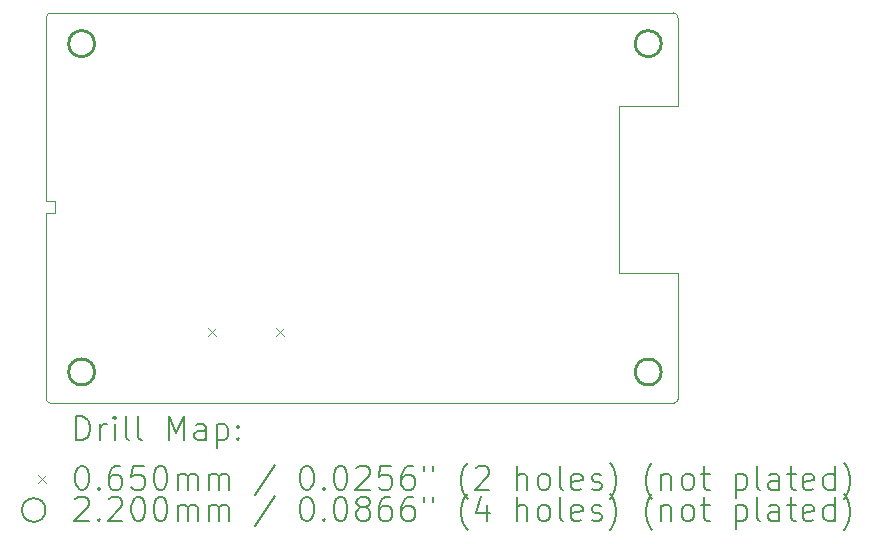
<source format=gbr>
%TF.GenerationSoftware,KiCad,Pcbnew,7.0.11-7.0.11~ubuntu22.04.1*%
%TF.CreationDate,2024-11-26T11:25:42+01:00*%
%TF.ProjectId,H-C6-ulp,482d4336-2d75-46c7-902e-6b696361645f,rev?*%
%TF.SameCoordinates,Original*%
%TF.FileFunction,Drillmap*%
%TF.FilePolarity,Positive*%
%FSLAX45Y45*%
G04 Gerber Fmt 4.5, Leading zero omitted, Abs format (unit mm)*
G04 Created by KiCad (PCBNEW 7.0.11-7.0.11~ubuntu22.04.1) date 2024-11-26 11:25:42*
%MOMM*%
%LPD*%
G01*
G04 APERTURE LIST*
%ADD10C,0.100000*%
%ADD11C,0.200000*%
%ADD12C,0.220000*%
G04 APERTURE END LIST*
D10*
X11500000Y-6450000D02*
X11500000Y-8030000D01*
X11576000Y-6355000D02*
X11576000Y-6450000D01*
X11500000Y-6355000D02*
X11576000Y-6355000D01*
X11540000Y-4760090D02*
G75*
G03*
X11500000Y-4800730I320J-40320D01*
G01*
X11500000Y-6450000D02*
X11576000Y-6450000D01*
X16850000Y-4800000D02*
X16850000Y-5550000D01*
X16819787Y-8059787D02*
G75*
G03*
X16849787Y-8029787I3J29997D01*
G01*
X16350000Y-6960000D02*
X16850000Y-6960000D01*
X16850000Y-6960000D02*
X16850000Y-8030000D01*
X16850000Y-4800000D02*
G75*
G03*
X16810000Y-4760000I-40000J0D01*
G01*
X16350000Y-5550000D02*
X16350000Y-6960000D01*
X11500000Y-8030000D02*
G75*
G03*
X11530000Y-8060000I30000J0D01*
G01*
X16350000Y-5550000D02*
X16850000Y-5550000D01*
X11530000Y-8060000D02*
X16819787Y-8060000D01*
X11500000Y-4800730D02*
X11500000Y-6355000D01*
X16810000Y-4760000D02*
X11540000Y-4760000D01*
D11*
D10*
X12870000Y-7429500D02*
X12935000Y-7494500D01*
X12935000Y-7429500D02*
X12870000Y-7494500D01*
X13448000Y-7429500D02*
X13513000Y-7494500D01*
X13513000Y-7429500D02*
X13448000Y-7494500D01*
D12*
X11910000Y-5020000D02*
G75*
G03*
X11690000Y-5020000I-110000J0D01*
G01*
X11690000Y-5020000D02*
G75*
G03*
X11910000Y-5020000I110000J0D01*
G01*
X11910000Y-7800000D02*
G75*
G03*
X11690000Y-7800000I-110000J0D01*
G01*
X11690000Y-7800000D02*
G75*
G03*
X11910000Y-7800000I110000J0D01*
G01*
X16707500Y-5020000D02*
G75*
G03*
X16487500Y-5020000I-110000J0D01*
G01*
X16487500Y-5020000D02*
G75*
G03*
X16707500Y-5020000I110000J0D01*
G01*
X16707500Y-7800000D02*
G75*
G03*
X16487500Y-7800000I-110000J0D01*
G01*
X16487500Y-7800000D02*
G75*
G03*
X16707500Y-7800000I110000J0D01*
G01*
D11*
X11755775Y-8376484D02*
X11755775Y-8176484D01*
X11755775Y-8176484D02*
X11803394Y-8176484D01*
X11803394Y-8176484D02*
X11831966Y-8186008D01*
X11831966Y-8186008D02*
X11851014Y-8205055D01*
X11851014Y-8205055D02*
X11860537Y-8224103D01*
X11860537Y-8224103D02*
X11870061Y-8262198D01*
X11870061Y-8262198D02*
X11870061Y-8290769D01*
X11870061Y-8290769D02*
X11860537Y-8328865D01*
X11860537Y-8328865D02*
X11851014Y-8347912D01*
X11851014Y-8347912D02*
X11831966Y-8366960D01*
X11831966Y-8366960D02*
X11803394Y-8376484D01*
X11803394Y-8376484D02*
X11755775Y-8376484D01*
X11955775Y-8376484D02*
X11955775Y-8243150D01*
X11955775Y-8281246D02*
X11965299Y-8262198D01*
X11965299Y-8262198D02*
X11974823Y-8252674D01*
X11974823Y-8252674D02*
X11993871Y-8243150D01*
X11993871Y-8243150D02*
X12012918Y-8243150D01*
X12079585Y-8376484D02*
X12079585Y-8243150D01*
X12079585Y-8176484D02*
X12070061Y-8186008D01*
X12070061Y-8186008D02*
X12079585Y-8195531D01*
X12079585Y-8195531D02*
X12089109Y-8186008D01*
X12089109Y-8186008D02*
X12079585Y-8176484D01*
X12079585Y-8176484D02*
X12079585Y-8195531D01*
X12203394Y-8376484D02*
X12184347Y-8366960D01*
X12184347Y-8366960D02*
X12174823Y-8347912D01*
X12174823Y-8347912D02*
X12174823Y-8176484D01*
X12308156Y-8376484D02*
X12289109Y-8366960D01*
X12289109Y-8366960D02*
X12279585Y-8347912D01*
X12279585Y-8347912D02*
X12279585Y-8176484D01*
X12536728Y-8376484D02*
X12536728Y-8176484D01*
X12536728Y-8176484D02*
X12603395Y-8319341D01*
X12603395Y-8319341D02*
X12670061Y-8176484D01*
X12670061Y-8176484D02*
X12670061Y-8376484D01*
X12851014Y-8376484D02*
X12851014Y-8271722D01*
X12851014Y-8271722D02*
X12841490Y-8252674D01*
X12841490Y-8252674D02*
X12822442Y-8243150D01*
X12822442Y-8243150D02*
X12784347Y-8243150D01*
X12784347Y-8243150D02*
X12765299Y-8252674D01*
X12851014Y-8366960D02*
X12831966Y-8376484D01*
X12831966Y-8376484D02*
X12784347Y-8376484D01*
X12784347Y-8376484D02*
X12765299Y-8366960D01*
X12765299Y-8366960D02*
X12755775Y-8347912D01*
X12755775Y-8347912D02*
X12755775Y-8328865D01*
X12755775Y-8328865D02*
X12765299Y-8309817D01*
X12765299Y-8309817D02*
X12784347Y-8300293D01*
X12784347Y-8300293D02*
X12831966Y-8300293D01*
X12831966Y-8300293D02*
X12851014Y-8290769D01*
X12946252Y-8243150D02*
X12946252Y-8443150D01*
X12946252Y-8252674D02*
X12965299Y-8243150D01*
X12965299Y-8243150D02*
X13003395Y-8243150D01*
X13003395Y-8243150D02*
X13022442Y-8252674D01*
X13022442Y-8252674D02*
X13031966Y-8262198D01*
X13031966Y-8262198D02*
X13041490Y-8281246D01*
X13041490Y-8281246D02*
X13041490Y-8338388D01*
X13041490Y-8338388D02*
X13031966Y-8357436D01*
X13031966Y-8357436D02*
X13022442Y-8366960D01*
X13022442Y-8366960D02*
X13003395Y-8376484D01*
X13003395Y-8376484D02*
X12965299Y-8376484D01*
X12965299Y-8376484D02*
X12946252Y-8366960D01*
X13127204Y-8357436D02*
X13136728Y-8366960D01*
X13136728Y-8366960D02*
X13127204Y-8376484D01*
X13127204Y-8376484D02*
X13117680Y-8366960D01*
X13117680Y-8366960D02*
X13127204Y-8357436D01*
X13127204Y-8357436D02*
X13127204Y-8376484D01*
X13127204Y-8252674D02*
X13136728Y-8262198D01*
X13136728Y-8262198D02*
X13127204Y-8271722D01*
X13127204Y-8271722D02*
X13117680Y-8262198D01*
X13117680Y-8262198D02*
X13127204Y-8252674D01*
X13127204Y-8252674D02*
X13127204Y-8271722D01*
D10*
X11429999Y-8672500D02*
X11494999Y-8737500D01*
X11494999Y-8672500D02*
X11429999Y-8737500D01*
D11*
X11793871Y-8596484D02*
X11812918Y-8596484D01*
X11812918Y-8596484D02*
X11831966Y-8606008D01*
X11831966Y-8606008D02*
X11841490Y-8615531D01*
X11841490Y-8615531D02*
X11851014Y-8634579D01*
X11851014Y-8634579D02*
X11860537Y-8672674D01*
X11860537Y-8672674D02*
X11860537Y-8720293D01*
X11860537Y-8720293D02*
X11851014Y-8758389D01*
X11851014Y-8758389D02*
X11841490Y-8777436D01*
X11841490Y-8777436D02*
X11831966Y-8786960D01*
X11831966Y-8786960D02*
X11812918Y-8796484D01*
X11812918Y-8796484D02*
X11793871Y-8796484D01*
X11793871Y-8796484D02*
X11774823Y-8786960D01*
X11774823Y-8786960D02*
X11765299Y-8777436D01*
X11765299Y-8777436D02*
X11755775Y-8758389D01*
X11755775Y-8758389D02*
X11746252Y-8720293D01*
X11746252Y-8720293D02*
X11746252Y-8672674D01*
X11746252Y-8672674D02*
X11755775Y-8634579D01*
X11755775Y-8634579D02*
X11765299Y-8615531D01*
X11765299Y-8615531D02*
X11774823Y-8606008D01*
X11774823Y-8606008D02*
X11793871Y-8596484D01*
X11946252Y-8777436D02*
X11955775Y-8786960D01*
X11955775Y-8786960D02*
X11946252Y-8796484D01*
X11946252Y-8796484D02*
X11936728Y-8786960D01*
X11936728Y-8786960D02*
X11946252Y-8777436D01*
X11946252Y-8777436D02*
X11946252Y-8796484D01*
X12127204Y-8596484D02*
X12089109Y-8596484D01*
X12089109Y-8596484D02*
X12070061Y-8606008D01*
X12070061Y-8606008D02*
X12060537Y-8615531D01*
X12060537Y-8615531D02*
X12041490Y-8644103D01*
X12041490Y-8644103D02*
X12031966Y-8682198D01*
X12031966Y-8682198D02*
X12031966Y-8758389D01*
X12031966Y-8758389D02*
X12041490Y-8777436D01*
X12041490Y-8777436D02*
X12051014Y-8786960D01*
X12051014Y-8786960D02*
X12070061Y-8796484D01*
X12070061Y-8796484D02*
X12108156Y-8796484D01*
X12108156Y-8796484D02*
X12127204Y-8786960D01*
X12127204Y-8786960D02*
X12136728Y-8777436D01*
X12136728Y-8777436D02*
X12146252Y-8758389D01*
X12146252Y-8758389D02*
X12146252Y-8710770D01*
X12146252Y-8710770D02*
X12136728Y-8691722D01*
X12136728Y-8691722D02*
X12127204Y-8682198D01*
X12127204Y-8682198D02*
X12108156Y-8672674D01*
X12108156Y-8672674D02*
X12070061Y-8672674D01*
X12070061Y-8672674D02*
X12051014Y-8682198D01*
X12051014Y-8682198D02*
X12041490Y-8691722D01*
X12041490Y-8691722D02*
X12031966Y-8710770D01*
X12327204Y-8596484D02*
X12231966Y-8596484D01*
X12231966Y-8596484D02*
X12222442Y-8691722D01*
X12222442Y-8691722D02*
X12231966Y-8682198D01*
X12231966Y-8682198D02*
X12251014Y-8672674D01*
X12251014Y-8672674D02*
X12298633Y-8672674D01*
X12298633Y-8672674D02*
X12317680Y-8682198D01*
X12317680Y-8682198D02*
X12327204Y-8691722D01*
X12327204Y-8691722D02*
X12336728Y-8710770D01*
X12336728Y-8710770D02*
X12336728Y-8758389D01*
X12336728Y-8758389D02*
X12327204Y-8777436D01*
X12327204Y-8777436D02*
X12317680Y-8786960D01*
X12317680Y-8786960D02*
X12298633Y-8796484D01*
X12298633Y-8796484D02*
X12251014Y-8796484D01*
X12251014Y-8796484D02*
X12231966Y-8786960D01*
X12231966Y-8786960D02*
X12222442Y-8777436D01*
X12460537Y-8596484D02*
X12479585Y-8596484D01*
X12479585Y-8596484D02*
X12498633Y-8606008D01*
X12498633Y-8606008D02*
X12508156Y-8615531D01*
X12508156Y-8615531D02*
X12517680Y-8634579D01*
X12517680Y-8634579D02*
X12527204Y-8672674D01*
X12527204Y-8672674D02*
X12527204Y-8720293D01*
X12527204Y-8720293D02*
X12517680Y-8758389D01*
X12517680Y-8758389D02*
X12508156Y-8777436D01*
X12508156Y-8777436D02*
X12498633Y-8786960D01*
X12498633Y-8786960D02*
X12479585Y-8796484D01*
X12479585Y-8796484D02*
X12460537Y-8796484D01*
X12460537Y-8796484D02*
X12441490Y-8786960D01*
X12441490Y-8786960D02*
X12431966Y-8777436D01*
X12431966Y-8777436D02*
X12422442Y-8758389D01*
X12422442Y-8758389D02*
X12412918Y-8720293D01*
X12412918Y-8720293D02*
X12412918Y-8672674D01*
X12412918Y-8672674D02*
X12422442Y-8634579D01*
X12422442Y-8634579D02*
X12431966Y-8615531D01*
X12431966Y-8615531D02*
X12441490Y-8606008D01*
X12441490Y-8606008D02*
X12460537Y-8596484D01*
X12612918Y-8796484D02*
X12612918Y-8663150D01*
X12612918Y-8682198D02*
X12622442Y-8672674D01*
X12622442Y-8672674D02*
X12641490Y-8663150D01*
X12641490Y-8663150D02*
X12670061Y-8663150D01*
X12670061Y-8663150D02*
X12689109Y-8672674D01*
X12689109Y-8672674D02*
X12698633Y-8691722D01*
X12698633Y-8691722D02*
X12698633Y-8796484D01*
X12698633Y-8691722D02*
X12708156Y-8672674D01*
X12708156Y-8672674D02*
X12727204Y-8663150D01*
X12727204Y-8663150D02*
X12755775Y-8663150D01*
X12755775Y-8663150D02*
X12774823Y-8672674D01*
X12774823Y-8672674D02*
X12784347Y-8691722D01*
X12784347Y-8691722D02*
X12784347Y-8796484D01*
X12879585Y-8796484D02*
X12879585Y-8663150D01*
X12879585Y-8682198D02*
X12889109Y-8672674D01*
X12889109Y-8672674D02*
X12908156Y-8663150D01*
X12908156Y-8663150D02*
X12936728Y-8663150D01*
X12936728Y-8663150D02*
X12955776Y-8672674D01*
X12955776Y-8672674D02*
X12965299Y-8691722D01*
X12965299Y-8691722D02*
X12965299Y-8796484D01*
X12965299Y-8691722D02*
X12974823Y-8672674D01*
X12974823Y-8672674D02*
X12993871Y-8663150D01*
X12993871Y-8663150D02*
X13022442Y-8663150D01*
X13022442Y-8663150D02*
X13041490Y-8672674D01*
X13041490Y-8672674D02*
X13051014Y-8691722D01*
X13051014Y-8691722D02*
X13051014Y-8796484D01*
X13441490Y-8586960D02*
X13270061Y-8844103D01*
X13698633Y-8596484D02*
X13717680Y-8596484D01*
X13717680Y-8596484D02*
X13736728Y-8606008D01*
X13736728Y-8606008D02*
X13746252Y-8615531D01*
X13746252Y-8615531D02*
X13755776Y-8634579D01*
X13755776Y-8634579D02*
X13765299Y-8672674D01*
X13765299Y-8672674D02*
X13765299Y-8720293D01*
X13765299Y-8720293D02*
X13755776Y-8758389D01*
X13755776Y-8758389D02*
X13746252Y-8777436D01*
X13746252Y-8777436D02*
X13736728Y-8786960D01*
X13736728Y-8786960D02*
X13717680Y-8796484D01*
X13717680Y-8796484D02*
X13698633Y-8796484D01*
X13698633Y-8796484D02*
X13679585Y-8786960D01*
X13679585Y-8786960D02*
X13670061Y-8777436D01*
X13670061Y-8777436D02*
X13660538Y-8758389D01*
X13660538Y-8758389D02*
X13651014Y-8720293D01*
X13651014Y-8720293D02*
X13651014Y-8672674D01*
X13651014Y-8672674D02*
X13660538Y-8634579D01*
X13660538Y-8634579D02*
X13670061Y-8615531D01*
X13670061Y-8615531D02*
X13679585Y-8606008D01*
X13679585Y-8606008D02*
X13698633Y-8596484D01*
X13851014Y-8777436D02*
X13860538Y-8786960D01*
X13860538Y-8786960D02*
X13851014Y-8796484D01*
X13851014Y-8796484D02*
X13841490Y-8786960D01*
X13841490Y-8786960D02*
X13851014Y-8777436D01*
X13851014Y-8777436D02*
X13851014Y-8796484D01*
X13984347Y-8596484D02*
X14003395Y-8596484D01*
X14003395Y-8596484D02*
X14022442Y-8606008D01*
X14022442Y-8606008D02*
X14031966Y-8615531D01*
X14031966Y-8615531D02*
X14041490Y-8634579D01*
X14041490Y-8634579D02*
X14051014Y-8672674D01*
X14051014Y-8672674D02*
X14051014Y-8720293D01*
X14051014Y-8720293D02*
X14041490Y-8758389D01*
X14041490Y-8758389D02*
X14031966Y-8777436D01*
X14031966Y-8777436D02*
X14022442Y-8786960D01*
X14022442Y-8786960D02*
X14003395Y-8796484D01*
X14003395Y-8796484D02*
X13984347Y-8796484D01*
X13984347Y-8796484D02*
X13965299Y-8786960D01*
X13965299Y-8786960D02*
X13955776Y-8777436D01*
X13955776Y-8777436D02*
X13946252Y-8758389D01*
X13946252Y-8758389D02*
X13936728Y-8720293D01*
X13936728Y-8720293D02*
X13936728Y-8672674D01*
X13936728Y-8672674D02*
X13946252Y-8634579D01*
X13946252Y-8634579D02*
X13955776Y-8615531D01*
X13955776Y-8615531D02*
X13965299Y-8606008D01*
X13965299Y-8606008D02*
X13984347Y-8596484D01*
X14127204Y-8615531D02*
X14136728Y-8606008D01*
X14136728Y-8606008D02*
X14155776Y-8596484D01*
X14155776Y-8596484D02*
X14203395Y-8596484D01*
X14203395Y-8596484D02*
X14222442Y-8606008D01*
X14222442Y-8606008D02*
X14231966Y-8615531D01*
X14231966Y-8615531D02*
X14241490Y-8634579D01*
X14241490Y-8634579D02*
X14241490Y-8653627D01*
X14241490Y-8653627D02*
X14231966Y-8682198D01*
X14231966Y-8682198D02*
X14117680Y-8796484D01*
X14117680Y-8796484D02*
X14241490Y-8796484D01*
X14422442Y-8596484D02*
X14327204Y-8596484D01*
X14327204Y-8596484D02*
X14317680Y-8691722D01*
X14317680Y-8691722D02*
X14327204Y-8682198D01*
X14327204Y-8682198D02*
X14346252Y-8672674D01*
X14346252Y-8672674D02*
X14393871Y-8672674D01*
X14393871Y-8672674D02*
X14412919Y-8682198D01*
X14412919Y-8682198D02*
X14422442Y-8691722D01*
X14422442Y-8691722D02*
X14431966Y-8710770D01*
X14431966Y-8710770D02*
X14431966Y-8758389D01*
X14431966Y-8758389D02*
X14422442Y-8777436D01*
X14422442Y-8777436D02*
X14412919Y-8786960D01*
X14412919Y-8786960D02*
X14393871Y-8796484D01*
X14393871Y-8796484D02*
X14346252Y-8796484D01*
X14346252Y-8796484D02*
X14327204Y-8786960D01*
X14327204Y-8786960D02*
X14317680Y-8777436D01*
X14603395Y-8596484D02*
X14565299Y-8596484D01*
X14565299Y-8596484D02*
X14546252Y-8606008D01*
X14546252Y-8606008D02*
X14536728Y-8615531D01*
X14536728Y-8615531D02*
X14517680Y-8644103D01*
X14517680Y-8644103D02*
X14508157Y-8682198D01*
X14508157Y-8682198D02*
X14508157Y-8758389D01*
X14508157Y-8758389D02*
X14517680Y-8777436D01*
X14517680Y-8777436D02*
X14527204Y-8786960D01*
X14527204Y-8786960D02*
X14546252Y-8796484D01*
X14546252Y-8796484D02*
X14584347Y-8796484D01*
X14584347Y-8796484D02*
X14603395Y-8786960D01*
X14603395Y-8786960D02*
X14612919Y-8777436D01*
X14612919Y-8777436D02*
X14622442Y-8758389D01*
X14622442Y-8758389D02*
X14622442Y-8710770D01*
X14622442Y-8710770D02*
X14612919Y-8691722D01*
X14612919Y-8691722D02*
X14603395Y-8682198D01*
X14603395Y-8682198D02*
X14584347Y-8672674D01*
X14584347Y-8672674D02*
X14546252Y-8672674D01*
X14546252Y-8672674D02*
X14527204Y-8682198D01*
X14527204Y-8682198D02*
X14517680Y-8691722D01*
X14517680Y-8691722D02*
X14508157Y-8710770D01*
X14698633Y-8596484D02*
X14698633Y-8634579D01*
X14774823Y-8596484D02*
X14774823Y-8634579D01*
X15070062Y-8872674D02*
X15060538Y-8863150D01*
X15060538Y-8863150D02*
X15041490Y-8834579D01*
X15041490Y-8834579D02*
X15031966Y-8815531D01*
X15031966Y-8815531D02*
X15022442Y-8786960D01*
X15022442Y-8786960D02*
X15012919Y-8739341D01*
X15012919Y-8739341D02*
X15012919Y-8701246D01*
X15012919Y-8701246D02*
X15022442Y-8653627D01*
X15022442Y-8653627D02*
X15031966Y-8625055D01*
X15031966Y-8625055D02*
X15041490Y-8606008D01*
X15041490Y-8606008D02*
X15060538Y-8577436D01*
X15060538Y-8577436D02*
X15070062Y-8567912D01*
X15136728Y-8615531D02*
X15146252Y-8606008D01*
X15146252Y-8606008D02*
X15165300Y-8596484D01*
X15165300Y-8596484D02*
X15212919Y-8596484D01*
X15212919Y-8596484D02*
X15231966Y-8606008D01*
X15231966Y-8606008D02*
X15241490Y-8615531D01*
X15241490Y-8615531D02*
X15251014Y-8634579D01*
X15251014Y-8634579D02*
X15251014Y-8653627D01*
X15251014Y-8653627D02*
X15241490Y-8682198D01*
X15241490Y-8682198D02*
X15127204Y-8796484D01*
X15127204Y-8796484D02*
X15251014Y-8796484D01*
X15489109Y-8796484D02*
X15489109Y-8596484D01*
X15574823Y-8796484D02*
X15574823Y-8691722D01*
X15574823Y-8691722D02*
X15565300Y-8672674D01*
X15565300Y-8672674D02*
X15546252Y-8663150D01*
X15546252Y-8663150D02*
X15517681Y-8663150D01*
X15517681Y-8663150D02*
X15498633Y-8672674D01*
X15498633Y-8672674D02*
X15489109Y-8682198D01*
X15698633Y-8796484D02*
X15679585Y-8786960D01*
X15679585Y-8786960D02*
X15670062Y-8777436D01*
X15670062Y-8777436D02*
X15660538Y-8758389D01*
X15660538Y-8758389D02*
X15660538Y-8701246D01*
X15660538Y-8701246D02*
X15670062Y-8682198D01*
X15670062Y-8682198D02*
X15679585Y-8672674D01*
X15679585Y-8672674D02*
X15698633Y-8663150D01*
X15698633Y-8663150D02*
X15727204Y-8663150D01*
X15727204Y-8663150D02*
X15746252Y-8672674D01*
X15746252Y-8672674D02*
X15755776Y-8682198D01*
X15755776Y-8682198D02*
X15765300Y-8701246D01*
X15765300Y-8701246D02*
X15765300Y-8758389D01*
X15765300Y-8758389D02*
X15755776Y-8777436D01*
X15755776Y-8777436D02*
X15746252Y-8786960D01*
X15746252Y-8786960D02*
X15727204Y-8796484D01*
X15727204Y-8796484D02*
X15698633Y-8796484D01*
X15879585Y-8796484D02*
X15860538Y-8786960D01*
X15860538Y-8786960D02*
X15851014Y-8767912D01*
X15851014Y-8767912D02*
X15851014Y-8596484D01*
X16031966Y-8786960D02*
X16012919Y-8796484D01*
X16012919Y-8796484D02*
X15974823Y-8796484D01*
X15974823Y-8796484D02*
X15955776Y-8786960D01*
X15955776Y-8786960D02*
X15946252Y-8767912D01*
X15946252Y-8767912D02*
X15946252Y-8691722D01*
X15946252Y-8691722D02*
X15955776Y-8672674D01*
X15955776Y-8672674D02*
X15974823Y-8663150D01*
X15974823Y-8663150D02*
X16012919Y-8663150D01*
X16012919Y-8663150D02*
X16031966Y-8672674D01*
X16031966Y-8672674D02*
X16041490Y-8691722D01*
X16041490Y-8691722D02*
X16041490Y-8710770D01*
X16041490Y-8710770D02*
X15946252Y-8729817D01*
X16117681Y-8786960D02*
X16136728Y-8796484D01*
X16136728Y-8796484D02*
X16174823Y-8796484D01*
X16174823Y-8796484D02*
X16193871Y-8786960D01*
X16193871Y-8786960D02*
X16203395Y-8767912D01*
X16203395Y-8767912D02*
X16203395Y-8758389D01*
X16203395Y-8758389D02*
X16193871Y-8739341D01*
X16193871Y-8739341D02*
X16174823Y-8729817D01*
X16174823Y-8729817D02*
X16146252Y-8729817D01*
X16146252Y-8729817D02*
X16127204Y-8720293D01*
X16127204Y-8720293D02*
X16117681Y-8701246D01*
X16117681Y-8701246D02*
X16117681Y-8691722D01*
X16117681Y-8691722D02*
X16127204Y-8672674D01*
X16127204Y-8672674D02*
X16146252Y-8663150D01*
X16146252Y-8663150D02*
X16174823Y-8663150D01*
X16174823Y-8663150D02*
X16193871Y-8672674D01*
X16270062Y-8872674D02*
X16279585Y-8863150D01*
X16279585Y-8863150D02*
X16298633Y-8834579D01*
X16298633Y-8834579D02*
X16308157Y-8815531D01*
X16308157Y-8815531D02*
X16317681Y-8786960D01*
X16317681Y-8786960D02*
X16327204Y-8739341D01*
X16327204Y-8739341D02*
X16327204Y-8701246D01*
X16327204Y-8701246D02*
X16317681Y-8653627D01*
X16317681Y-8653627D02*
X16308157Y-8625055D01*
X16308157Y-8625055D02*
X16298633Y-8606008D01*
X16298633Y-8606008D02*
X16279585Y-8577436D01*
X16279585Y-8577436D02*
X16270062Y-8567912D01*
X16631966Y-8872674D02*
X16622443Y-8863150D01*
X16622443Y-8863150D02*
X16603395Y-8834579D01*
X16603395Y-8834579D02*
X16593871Y-8815531D01*
X16593871Y-8815531D02*
X16584347Y-8786960D01*
X16584347Y-8786960D02*
X16574824Y-8739341D01*
X16574824Y-8739341D02*
X16574824Y-8701246D01*
X16574824Y-8701246D02*
X16584347Y-8653627D01*
X16584347Y-8653627D02*
X16593871Y-8625055D01*
X16593871Y-8625055D02*
X16603395Y-8606008D01*
X16603395Y-8606008D02*
X16622443Y-8577436D01*
X16622443Y-8577436D02*
X16631966Y-8567912D01*
X16708157Y-8663150D02*
X16708157Y-8796484D01*
X16708157Y-8682198D02*
X16717681Y-8672674D01*
X16717681Y-8672674D02*
X16736728Y-8663150D01*
X16736728Y-8663150D02*
X16765300Y-8663150D01*
X16765300Y-8663150D02*
X16784347Y-8672674D01*
X16784347Y-8672674D02*
X16793871Y-8691722D01*
X16793871Y-8691722D02*
X16793871Y-8796484D01*
X16917681Y-8796484D02*
X16898633Y-8786960D01*
X16898633Y-8786960D02*
X16889109Y-8777436D01*
X16889109Y-8777436D02*
X16879586Y-8758389D01*
X16879586Y-8758389D02*
X16879586Y-8701246D01*
X16879586Y-8701246D02*
X16889109Y-8682198D01*
X16889109Y-8682198D02*
X16898633Y-8672674D01*
X16898633Y-8672674D02*
X16917681Y-8663150D01*
X16917681Y-8663150D02*
X16946252Y-8663150D01*
X16946252Y-8663150D02*
X16965300Y-8672674D01*
X16965300Y-8672674D02*
X16974824Y-8682198D01*
X16974824Y-8682198D02*
X16984347Y-8701246D01*
X16984347Y-8701246D02*
X16984347Y-8758389D01*
X16984347Y-8758389D02*
X16974824Y-8777436D01*
X16974824Y-8777436D02*
X16965300Y-8786960D01*
X16965300Y-8786960D02*
X16946252Y-8796484D01*
X16946252Y-8796484D02*
X16917681Y-8796484D01*
X17041490Y-8663150D02*
X17117681Y-8663150D01*
X17070062Y-8596484D02*
X17070062Y-8767912D01*
X17070062Y-8767912D02*
X17079586Y-8786960D01*
X17079586Y-8786960D02*
X17098633Y-8796484D01*
X17098633Y-8796484D02*
X17117681Y-8796484D01*
X17336728Y-8663150D02*
X17336728Y-8863150D01*
X17336728Y-8672674D02*
X17355776Y-8663150D01*
X17355776Y-8663150D02*
X17393871Y-8663150D01*
X17393871Y-8663150D02*
X17412919Y-8672674D01*
X17412919Y-8672674D02*
X17422443Y-8682198D01*
X17422443Y-8682198D02*
X17431967Y-8701246D01*
X17431967Y-8701246D02*
X17431967Y-8758389D01*
X17431967Y-8758389D02*
X17422443Y-8777436D01*
X17422443Y-8777436D02*
X17412919Y-8786960D01*
X17412919Y-8786960D02*
X17393871Y-8796484D01*
X17393871Y-8796484D02*
X17355776Y-8796484D01*
X17355776Y-8796484D02*
X17336728Y-8786960D01*
X17546252Y-8796484D02*
X17527205Y-8786960D01*
X17527205Y-8786960D02*
X17517681Y-8767912D01*
X17517681Y-8767912D02*
X17517681Y-8596484D01*
X17708157Y-8796484D02*
X17708157Y-8691722D01*
X17708157Y-8691722D02*
X17698633Y-8672674D01*
X17698633Y-8672674D02*
X17679586Y-8663150D01*
X17679586Y-8663150D02*
X17641490Y-8663150D01*
X17641490Y-8663150D02*
X17622443Y-8672674D01*
X17708157Y-8786960D02*
X17689109Y-8796484D01*
X17689109Y-8796484D02*
X17641490Y-8796484D01*
X17641490Y-8796484D02*
X17622443Y-8786960D01*
X17622443Y-8786960D02*
X17612919Y-8767912D01*
X17612919Y-8767912D02*
X17612919Y-8748865D01*
X17612919Y-8748865D02*
X17622443Y-8729817D01*
X17622443Y-8729817D02*
X17641490Y-8720293D01*
X17641490Y-8720293D02*
X17689109Y-8720293D01*
X17689109Y-8720293D02*
X17708157Y-8710770D01*
X17774824Y-8663150D02*
X17851014Y-8663150D01*
X17803395Y-8596484D02*
X17803395Y-8767912D01*
X17803395Y-8767912D02*
X17812919Y-8786960D01*
X17812919Y-8786960D02*
X17831967Y-8796484D01*
X17831967Y-8796484D02*
X17851014Y-8796484D01*
X17993871Y-8786960D02*
X17974824Y-8796484D01*
X17974824Y-8796484D02*
X17936728Y-8796484D01*
X17936728Y-8796484D02*
X17917681Y-8786960D01*
X17917681Y-8786960D02*
X17908157Y-8767912D01*
X17908157Y-8767912D02*
X17908157Y-8691722D01*
X17908157Y-8691722D02*
X17917681Y-8672674D01*
X17917681Y-8672674D02*
X17936728Y-8663150D01*
X17936728Y-8663150D02*
X17974824Y-8663150D01*
X17974824Y-8663150D02*
X17993871Y-8672674D01*
X17993871Y-8672674D02*
X18003395Y-8691722D01*
X18003395Y-8691722D02*
X18003395Y-8710770D01*
X18003395Y-8710770D02*
X17908157Y-8729817D01*
X18174824Y-8796484D02*
X18174824Y-8596484D01*
X18174824Y-8786960D02*
X18155776Y-8796484D01*
X18155776Y-8796484D02*
X18117681Y-8796484D01*
X18117681Y-8796484D02*
X18098633Y-8786960D01*
X18098633Y-8786960D02*
X18089109Y-8777436D01*
X18089109Y-8777436D02*
X18079586Y-8758389D01*
X18079586Y-8758389D02*
X18079586Y-8701246D01*
X18079586Y-8701246D02*
X18089109Y-8682198D01*
X18089109Y-8682198D02*
X18098633Y-8672674D01*
X18098633Y-8672674D02*
X18117681Y-8663150D01*
X18117681Y-8663150D02*
X18155776Y-8663150D01*
X18155776Y-8663150D02*
X18174824Y-8672674D01*
X18251014Y-8872674D02*
X18260538Y-8863150D01*
X18260538Y-8863150D02*
X18279586Y-8834579D01*
X18279586Y-8834579D02*
X18289109Y-8815531D01*
X18289109Y-8815531D02*
X18298633Y-8786960D01*
X18298633Y-8786960D02*
X18308157Y-8739341D01*
X18308157Y-8739341D02*
X18308157Y-8701246D01*
X18308157Y-8701246D02*
X18298633Y-8653627D01*
X18298633Y-8653627D02*
X18289109Y-8625055D01*
X18289109Y-8625055D02*
X18279586Y-8606008D01*
X18279586Y-8606008D02*
X18260538Y-8577436D01*
X18260538Y-8577436D02*
X18251014Y-8567912D01*
X11494999Y-8969000D02*
G75*
G03*
X11294999Y-8969000I-100000J0D01*
G01*
X11294999Y-8969000D02*
G75*
G03*
X11494999Y-8969000I100000J0D01*
G01*
X11746252Y-8879531D02*
X11755775Y-8870008D01*
X11755775Y-8870008D02*
X11774823Y-8860484D01*
X11774823Y-8860484D02*
X11822442Y-8860484D01*
X11822442Y-8860484D02*
X11841490Y-8870008D01*
X11841490Y-8870008D02*
X11851014Y-8879531D01*
X11851014Y-8879531D02*
X11860537Y-8898579D01*
X11860537Y-8898579D02*
X11860537Y-8917627D01*
X11860537Y-8917627D02*
X11851014Y-8946198D01*
X11851014Y-8946198D02*
X11736728Y-9060484D01*
X11736728Y-9060484D02*
X11860537Y-9060484D01*
X11946252Y-9041436D02*
X11955775Y-9050960D01*
X11955775Y-9050960D02*
X11946252Y-9060484D01*
X11946252Y-9060484D02*
X11936728Y-9050960D01*
X11936728Y-9050960D02*
X11946252Y-9041436D01*
X11946252Y-9041436D02*
X11946252Y-9060484D01*
X12031966Y-8879531D02*
X12041490Y-8870008D01*
X12041490Y-8870008D02*
X12060537Y-8860484D01*
X12060537Y-8860484D02*
X12108156Y-8860484D01*
X12108156Y-8860484D02*
X12127204Y-8870008D01*
X12127204Y-8870008D02*
X12136728Y-8879531D01*
X12136728Y-8879531D02*
X12146252Y-8898579D01*
X12146252Y-8898579D02*
X12146252Y-8917627D01*
X12146252Y-8917627D02*
X12136728Y-8946198D01*
X12136728Y-8946198D02*
X12022442Y-9060484D01*
X12022442Y-9060484D02*
X12146252Y-9060484D01*
X12270061Y-8860484D02*
X12289109Y-8860484D01*
X12289109Y-8860484D02*
X12308156Y-8870008D01*
X12308156Y-8870008D02*
X12317680Y-8879531D01*
X12317680Y-8879531D02*
X12327204Y-8898579D01*
X12327204Y-8898579D02*
X12336728Y-8936674D01*
X12336728Y-8936674D02*
X12336728Y-8984293D01*
X12336728Y-8984293D02*
X12327204Y-9022389D01*
X12327204Y-9022389D02*
X12317680Y-9041436D01*
X12317680Y-9041436D02*
X12308156Y-9050960D01*
X12308156Y-9050960D02*
X12289109Y-9060484D01*
X12289109Y-9060484D02*
X12270061Y-9060484D01*
X12270061Y-9060484D02*
X12251014Y-9050960D01*
X12251014Y-9050960D02*
X12241490Y-9041436D01*
X12241490Y-9041436D02*
X12231966Y-9022389D01*
X12231966Y-9022389D02*
X12222442Y-8984293D01*
X12222442Y-8984293D02*
X12222442Y-8936674D01*
X12222442Y-8936674D02*
X12231966Y-8898579D01*
X12231966Y-8898579D02*
X12241490Y-8879531D01*
X12241490Y-8879531D02*
X12251014Y-8870008D01*
X12251014Y-8870008D02*
X12270061Y-8860484D01*
X12460537Y-8860484D02*
X12479585Y-8860484D01*
X12479585Y-8860484D02*
X12498633Y-8870008D01*
X12498633Y-8870008D02*
X12508156Y-8879531D01*
X12508156Y-8879531D02*
X12517680Y-8898579D01*
X12517680Y-8898579D02*
X12527204Y-8936674D01*
X12527204Y-8936674D02*
X12527204Y-8984293D01*
X12527204Y-8984293D02*
X12517680Y-9022389D01*
X12517680Y-9022389D02*
X12508156Y-9041436D01*
X12508156Y-9041436D02*
X12498633Y-9050960D01*
X12498633Y-9050960D02*
X12479585Y-9060484D01*
X12479585Y-9060484D02*
X12460537Y-9060484D01*
X12460537Y-9060484D02*
X12441490Y-9050960D01*
X12441490Y-9050960D02*
X12431966Y-9041436D01*
X12431966Y-9041436D02*
X12422442Y-9022389D01*
X12422442Y-9022389D02*
X12412918Y-8984293D01*
X12412918Y-8984293D02*
X12412918Y-8936674D01*
X12412918Y-8936674D02*
X12422442Y-8898579D01*
X12422442Y-8898579D02*
X12431966Y-8879531D01*
X12431966Y-8879531D02*
X12441490Y-8870008D01*
X12441490Y-8870008D02*
X12460537Y-8860484D01*
X12612918Y-9060484D02*
X12612918Y-8927150D01*
X12612918Y-8946198D02*
X12622442Y-8936674D01*
X12622442Y-8936674D02*
X12641490Y-8927150D01*
X12641490Y-8927150D02*
X12670061Y-8927150D01*
X12670061Y-8927150D02*
X12689109Y-8936674D01*
X12689109Y-8936674D02*
X12698633Y-8955722D01*
X12698633Y-8955722D02*
X12698633Y-9060484D01*
X12698633Y-8955722D02*
X12708156Y-8936674D01*
X12708156Y-8936674D02*
X12727204Y-8927150D01*
X12727204Y-8927150D02*
X12755775Y-8927150D01*
X12755775Y-8927150D02*
X12774823Y-8936674D01*
X12774823Y-8936674D02*
X12784347Y-8955722D01*
X12784347Y-8955722D02*
X12784347Y-9060484D01*
X12879585Y-9060484D02*
X12879585Y-8927150D01*
X12879585Y-8946198D02*
X12889109Y-8936674D01*
X12889109Y-8936674D02*
X12908156Y-8927150D01*
X12908156Y-8927150D02*
X12936728Y-8927150D01*
X12936728Y-8927150D02*
X12955776Y-8936674D01*
X12955776Y-8936674D02*
X12965299Y-8955722D01*
X12965299Y-8955722D02*
X12965299Y-9060484D01*
X12965299Y-8955722D02*
X12974823Y-8936674D01*
X12974823Y-8936674D02*
X12993871Y-8927150D01*
X12993871Y-8927150D02*
X13022442Y-8927150D01*
X13022442Y-8927150D02*
X13041490Y-8936674D01*
X13041490Y-8936674D02*
X13051014Y-8955722D01*
X13051014Y-8955722D02*
X13051014Y-9060484D01*
X13441490Y-8850960D02*
X13270061Y-9108103D01*
X13698633Y-8860484D02*
X13717680Y-8860484D01*
X13717680Y-8860484D02*
X13736728Y-8870008D01*
X13736728Y-8870008D02*
X13746252Y-8879531D01*
X13746252Y-8879531D02*
X13755776Y-8898579D01*
X13755776Y-8898579D02*
X13765299Y-8936674D01*
X13765299Y-8936674D02*
X13765299Y-8984293D01*
X13765299Y-8984293D02*
X13755776Y-9022389D01*
X13755776Y-9022389D02*
X13746252Y-9041436D01*
X13746252Y-9041436D02*
X13736728Y-9050960D01*
X13736728Y-9050960D02*
X13717680Y-9060484D01*
X13717680Y-9060484D02*
X13698633Y-9060484D01*
X13698633Y-9060484D02*
X13679585Y-9050960D01*
X13679585Y-9050960D02*
X13670061Y-9041436D01*
X13670061Y-9041436D02*
X13660538Y-9022389D01*
X13660538Y-9022389D02*
X13651014Y-8984293D01*
X13651014Y-8984293D02*
X13651014Y-8936674D01*
X13651014Y-8936674D02*
X13660538Y-8898579D01*
X13660538Y-8898579D02*
X13670061Y-8879531D01*
X13670061Y-8879531D02*
X13679585Y-8870008D01*
X13679585Y-8870008D02*
X13698633Y-8860484D01*
X13851014Y-9041436D02*
X13860538Y-9050960D01*
X13860538Y-9050960D02*
X13851014Y-9060484D01*
X13851014Y-9060484D02*
X13841490Y-9050960D01*
X13841490Y-9050960D02*
X13851014Y-9041436D01*
X13851014Y-9041436D02*
X13851014Y-9060484D01*
X13984347Y-8860484D02*
X14003395Y-8860484D01*
X14003395Y-8860484D02*
X14022442Y-8870008D01*
X14022442Y-8870008D02*
X14031966Y-8879531D01*
X14031966Y-8879531D02*
X14041490Y-8898579D01*
X14041490Y-8898579D02*
X14051014Y-8936674D01*
X14051014Y-8936674D02*
X14051014Y-8984293D01*
X14051014Y-8984293D02*
X14041490Y-9022389D01*
X14041490Y-9022389D02*
X14031966Y-9041436D01*
X14031966Y-9041436D02*
X14022442Y-9050960D01*
X14022442Y-9050960D02*
X14003395Y-9060484D01*
X14003395Y-9060484D02*
X13984347Y-9060484D01*
X13984347Y-9060484D02*
X13965299Y-9050960D01*
X13965299Y-9050960D02*
X13955776Y-9041436D01*
X13955776Y-9041436D02*
X13946252Y-9022389D01*
X13946252Y-9022389D02*
X13936728Y-8984293D01*
X13936728Y-8984293D02*
X13936728Y-8936674D01*
X13936728Y-8936674D02*
X13946252Y-8898579D01*
X13946252Y-8898579D02*
X13955776Y-8879531D01*
X13955776Y-8879531D02*
X13965299Y-8870008D01*
X13965299Y-8870008D02*
X13984347Y-8860484D01*
X14165299Y-8946198D02*
X14146252Y-8936674D01*
X14146252Y-8936674D02*
X14136728Y-8927150D01*
X14136728Y-8927150D02*
X14127204Y-8908103D01*
X14127204Y-8908103D02*
X14127204Y-8898579D01*
X14127204Y-8898579D02*
X14136728Y-8879531D01*
X14136728Y-8879531D02*
X14146252Y-8870008D01*
X14146252Y-8870008D02*
X14165299Y-8860484D01*
X14165299Y-8860484D02*
X14203395Y-8860484D01*
X14203395Y-8860484D02*
X14222442Y-8870008D01*
X14222442Y-8870008D02*
X14231966Y-8879531D01*
X14231966Y-8879531D02*
X14241490Y-8898579D01*
X14241490Y-8898579D02*
X14241490Y-8908103D01*
X14241490Y-8908103D02*
X14231966Y-8927150D01*
X14231966Y-8927150D02*
X14222442Y-8936674D01*
X14222442Y-8936674D02*
X14203395Y-8946198D01*
X14203395Y-8946198D02*
X14165299Y-8946198D01*
X14165299Y-8946198D02*
X14146252Y-8955722D01*
X14146252Y-8955722D02*
X14136728Y-8965246D01*
X14136728Y-8965246D02*
X14127204Y-8984293D01*
X14127204Y-8984293D02*
X14127204Y-9022389D01*
X14127204Y-9022389D02*
X14136728Y-9041436D01*
X14136728Y-9041436D02*
X14146252Y-9050960D01*
X14146252Y-9050960D02*
X14165299Y-9060484D01*
X14165299Y-9060484D02*
X14203395Y-9060484D01*
X14203395Y-9060484D02*
X14222442Y-9050960D01*
X14222442Y-9050960D02*
X14231966Y-9041436D01*
X14231966Y-9041436D02*
X14241490Y-9022389D01*
X14241490Y-9022389D02*
X14241490Y-8984293D01*
X14241490Y-8984293D02*
X14231966Y-8965246D01*
X14231966Y-8965246D02*
X14222442Y-8955722D01*
X14222442Y-8955722D02*
X14203395Y-8946198D01*
X14412919Y-8860484D02*
X14374823Y-8860484D01*
X14374823Y-8860484D02*
X14355776Y-8870008D01*
X14355776Y-8870008D02*
X14346252Y-8879531D01*
X14346252Y-8879531D02*
X14327204Y-8908103D01*
X14327204Y-8908103D02*
X14317680Y-8946198D01*
X14317680Y-8946198D02*
X14317680Y-9022389D01*
X14317680Y-9022389D02*
X14327204Y-9041436D01*
X14327204Y-9041436D02*
X14336728Y-9050960D01*
X14336728Y-9050960D02*
X14355776Y-9060484D01*
X14355776Y-9060484D02*
X14393871Y-9060484D01*
X14393871Y-9060484D02*
X14412919Y-9050960D01*
X14412919Y-9050960D02*
X14422442Y-9041436D01*
X14422442Y-9041436D02*
X14431966Y-9022389D01*
X14431966Y-9022389D02*
X14431966Y-8974770D01*
X14431966Y-8974770D02*
X14422442Y-8955722D01*
X14422442Y-8955722D02*
X14412919Y-8946198D01*
X14412919Y-8946198D02*
X14393871Y-8936674D01*
X14393871Y-8936674D02*
X14355776Y-8936674D01*
X14355776Y-8936674D02*
X14336728Y-8946198D01*
X14336728Y-8946198D02*
X14327204Y-8955722D01*
X14327204Y-8955722D02*
X14317680Y-8974770D01*
X14603395Y-8860484D02*
X14565299Y-8860484D01*
X14565299Y-8860484D02*
X14546252Y-8870008D01*
X14546252Y-8870008D02*
X14536728Y-8879531D01*
X14536728Y-8879531D02*
X14517680Y-8908103D01*
X14517680Y-8908103D02*
X14508157Y-8946198D01*
X14508157Y-8946198D02*
X14508157Y-9022389D01*
X14508157Y-9022389D02*
X14517680Y-9041436D01*
X14517680Y-9041436D02*
X14527204Y-9050960D01*
X14527204Y-9050960D02*
X14546252Y-9060484D01*
X14546252Y-9060484D02*
X14584347Y-9060484D01*
X14584347Y-9060484D02*
X14603395Y-9050960D01*
X14603395Y-9050960D02*
X14612919Y-9041436D01*
X14612919Y-9041436D02*
X14622442Y-9022389D01*
X14622442Y-9022389D02*
X14622442Y-8974770D01*
X14622442Y-8974770D02*
X14612919Y-8955722D01*
X14612919Y-8955722D02*
X14603395Y-8946198D01*
X14603395Y-8946198D02*
X14584347Y-8936674D01*
X14584347Y-8936674D02*
X14546252Y-8936674D01*
X14546252Y-8936674D02*
X14527204Y-8946198D01*
X14527204Y-8946198D02*
X14517680Y-8955722D01*
X14517680Y-8955722D02*
X14508157Y-8974770D01*
X14698633Y-8860484D02*
X14698633Y-8898579D01*
X14774823Y-8860484D02*
X14774823Y-8898579D01*
X15070062Y-9136674D02*
X15060538Y-9127150D01*
X15060538Y-9127150D02*
X15041490Y-9098579D01*
X15041490Y-9098579D02*
X15031966Y-9079531D01*
X15031966Y-9079531D02*
X15022442Y-9050960D01*
X15022442Y-9050960D02*
X15012919Y-9003341D01*
X15012919Y-9003341D02*
X15012919Y-8965246D01*
X15012919Y-8965246D02*
X15022442Y-8917627D01*
X15022442Y-8917627D02*
X15031966Y-8889055D01*
X15031966Y-8889055D02*
X15041490Y-8870008D01*
X15041490Y-8870008D02*
X15060538Y-8841436D01*
X15060538Y-8841436D02*
X15070062Y-8831912D01*
X15231966Y-8927150D02*
X15231966Y-9060484D01*
X15184347Y-8850960D02*
X15136728Y-8993817D01*
X15136728Y-8993817D02*
X15260538Y-8993817D01*
X15489109Y-9060484D02*
X15489109Y-8860484D01*
X15574823Y-9060484D02*
X15574823Y-8955722D01*
X15574823Y-8955722D02*
X15565300Y-8936674D01*
X15565300Y-8936674D02*
X15546252Y-8927150D01*
X15546252Y-8927150D02*
X15517681Y-8927150D01*
X15517681Y-8927150D02*
X15498633Y-8936674D01*
X15498633Y-8936674D02*
X15489109Y-8946198D01*
X15698633Y-9060484D02*
X15679585Y-9050960D01*
X15679585Y-9050960D02*
X15670062Y-9041436D01*
X15670062Y-9041436D02*
X15660538Y-9022389D01*
X15660538Y-9022389D02*
X15660538Y-8965246D01*
X15660538Y-8965246D02*
X15670062Y-8946198D01*
X15670062Y-8946198D02*
X15679585Y-8936674D01*
X15679585Y-8936674D02*
X15698633Y-8927150D01*
X15698633Y-8927150D02*
X15727204Y-8927150D01*
X15727204Y-8927150D02*
X15746252Y-8936674D01*
X15746252Y-8936674D02*
X15755776Y-8946198D01*
X15755776Y-8946198D02*
X15765300Y-8965246D01*
X15765300Y-8965246D02*
X15765300Y-9022389D01*
X15765300Y-9022389D02*
X15755776Y-9041436D01*
X15755776Y-9041436D02*
X15746252Y-9050960D01*
X15746252Y-9050960D02*
X15727204Y-9060484D01*
X15727204Y-9060484D02*
X15698633Y-9060484D01*
X15879585Y-9060484D02*
X15860538Y-9050960D01*
X15860538Y-9050960D02*
X15851014Y-9031912D01*
X15851014Y-9031912D02*
X15851014Y-8860484D01*
X16031966Y-9050960D02*
X16012919Y-9060484D01*
X16012919Y-9060484D02*
X15974823Y-9060484D01*
X15974823Y-9060484D02*
X15955776Y-9050960D01*
X15955776Y-9050960D02*
X15946252Y-9031912D01*
X15946252Y-9031912D02*
X15946252Y-8955722D01*
X15946252Y-8955722D02*
X15955776Y-8936674D01*
X15955776Y-8936674D02*
X15974823Y-8927150D01*
X15974823Y-8927150D02*
X16012919Y-8927150D01*
X16012919Y-8927150D02*
X16031966Y-8936674D01*
X16031966Y-8936674D02*
X16041490Y-8955722D01*
X16041490Y-8955722D02*
X16041490Y-8974770D01*
X16041490Y-8974770D02*
X15946252Y-8993817D01*
X16117681Y-9050960D02*
X16136728Y-9060484D01*
X16136728Y-9060484D02*
X16174823Y-9060484D01*
X16174823Y-9060484D02*
X16193871Y-9050960D01*
X16193871Y-9050960D02*
X16203395Y-9031912D01*
X16203395Y-9031912D02*
X16203395Y-9022389D01*
X16203395Y-9022389D02*
X16193871Y-9003341D01*
X16193871Y-9003341D02*
X16174823Y-8993817D01*
X16174823Y-8993817D02*
X16146252Y-8993817D01*
X16146252Y-8993817D02*
X16127204Y-8984293D01*
X16127204Y-8984293D02*
X16117681Y-8965246D01*
X16117681Y-8965246D02*
X16117681Y-8955722D01*
X16117681Y-8955722D02*
X16127204Y-8936674D01*
X16127204Y-8936674D02*
X16146252Y-8927150D01*
X16146252Y-8927150D02*
X16174823Y-8927150D01*
X16174823Y-8927150D02*
X16193871Y-8936674D01*
X16270062Y-9136674D02*
X16279585Y-9127150D01*
X16279585Y-9127150D02*
X16298633Y-9098579D01*
X16298633Y-9098579D02*
X16308157Y-9079531D01*
X16308157Y-9079531D02*
X16317681Y-9050960D01*
X16317681Y-9050960D02*
X16327204Y-9003341D01*
X16327204Y-9003341D02*
X16327204Y-8965246D01*
X16327204Y-8965246D02*
X16317681Y-8917627D01*
X16317681Y-8917627D02*
X16308157Y-8889055D01*
X16308157Y-8889055D02*
X16298633Y-8870008D01*
X16298633Y-8870008D02*
X16279585Y-8841436D01*
X16279585Y-8841436D02*
X16270062Y-8831912D01*
X16631966Y-9136674D02*
X16622443Y-9127150D01*
X16622443Y-9127150D02*
X16603395Y-9098579D01*
X16603395Y-9098579D02*
X16593871Y-9079531D01*
X16593871Y-9079531D02*
X16584347Y-9050960D01*
X16584347Y-9050960D02*
X16574824Y-9003341D01*
X16574824Y-9003341D02*
X16574824Y-8965246D01*
X16574824Y-8965246D02*
X16584347Y-8917627D01*
X16584347Y-8917627D02*
X16593871Y-8889055D01*
X16593871Y-8889055D02*
X16603395Y-8870008D01*
X16603395Y-8870008D02*
X16622443Y-8841436D01*
X16622443Y-8841436D02*
X16631966Y-8831912D01*
X16708157Y-8927150D02*
X16708157Y-9060484D01*
X16708157Y-8946198D02*
X16717681Y-8936674D01*
X16717681Y-8936674D02*
X16736728Y-8927150D01*
X16736728Y-8927150D02*
X16765300Y-8927150D01*
X16765300Y-8927150D02*
X16784347Y-8936674D01*
X16784347Y-8936674D02*
X16793871Y-8955722D01*
X16793871Y-8955722D02*
X16793871Y-9060484D01*
X16917681Y-9060484D02*
X16898633Y-9050960D01*
X16898633Y-9050960D02*
X16889109Y-9041436D01*
X16889109Y-9041436D02*
X16879586Y-9022389D01*
X16879586Y-9022389D02*
X16879586Y-8965246D01*
X16879586Y-8965246D02*
X16889109Y-8946198D01*
X16889109Y-8946198D02*
X16898633Y-8936674D01*
X16898633Y-8936674D02*
X16917681Y-8927150D01*
X16917681Y-8927150D02*
X16946252Y-8927150D01*
X16946252Y-8927150D02*
X16965300Y-8936674D01*
X16965300Y-8936674D02*
X16974824Y-8946198D01*
X16974824Y-8946198D02*
X16984347Y-8965246D01*
X16984347Y-8965246D02*
X16984347Y-9022389D01*
X16984347Y-9022389D02*
X16974824Y-9041436D01*
X16974824Y-9041436D02*
X16965300Y-9050960D01*
X16965300Y-9050960D02*
X16946252Y-9060484D01*
X16946252Y-9060484D02*
X16917681Y-9060484D01*
X17041490Y-8927150D02*
X17117681Y-8927150D01*
X17070062Y-8860484D02*
X17070062Y-9031912D01*
X17070062Y-9031912D02*
X17079586Y-9050960D01*
X17079586Y-9050960D02*
X17098633Y-9060484D01*
X17098633Y-9060484D02*
X17117681Y-9060484D01*
X17336728Y-8927150D02*
X17336728Y-9127150D01*
X17336728Y-8936674D02*
X17355776Y-8927150D01*
X17355776Y-8927150D02*
X17393871Y-8927150D01*
X17393871Y-8927150D02*
X17412919Y-8936674D01*
X17412919Y-8936674D02*
X17422443Y-8946198D01*
X17422443Y-8946198D02*
X17431967Y-8965246D01*
X17431967Y-8965246D02*
X17431967Y-9022389D01*
X17431967Y-9022389D02*
X17422443Y-9041436D01*
X17422443Y-9041436D02*
X17412919Y-9050960D01*
X17412919Y-9050960D02*
X17393871Y-9060484D01*
X17393871Y-9060484D02*
X17355776Y-9060484D01*
X17355776Y-9060484D02*
X17336728Y-9050960D01*
X17546252Y-9060484D02*
X17527205Y-9050960D01*
X17527205Y-9050960D02*
X17517681Y-9031912D01*
X17517681Y-9031912D02*
X17517681Y-8860484D01*
X17708157Y-9060484D02*
X17708157Y-8955722D01*
X17708157Y-8955722D02*
X17698633Y-8936674D01*
X17698633Y-8936674D02*
X17679586Y-8927150D01*
X17679586Y-8927150D02*
X17641490Y-8927150D01*
X17641490Y-8927150D02*
X17622443Y-8936674D01*
X17708157Y-9050960D02*
X17689109Y-9060484D01*
X17689109Y-9060484D02*
X17641490Y-9060484D01*
X17641490Y-9060484D02*
X17622443Y-9050960D01*
X17622443Y-9050960D02*
X17612919Y-9031912D01*
X17612919Y-9031912D02*
X17612919Y-9012865D01*
X17612919Y-9012865D02*
X17622443Y-8993817D01*
X17622443Y-8993817D02*
X17641490Y-8984293D01*
X17641490Y-8984293D02*
X17689109Y-8984293D01*
X17689109Y-8984293D02*
X17708157Y-8974770D01*
X17774824Y-8927150D02*
X17851014Y-8927150D01*
X17803395Y-8860484D02*
X17803395Y-9031912D01*
X17803395Y-9031912D02*
X17812919Y-9050960D01*
X17812919Y-9050960D02*
X17831967Y-9060484D01*
X17831967Y-9060484D02*
X17851014Y-9060484D01*
X17993871Y-9050960D02*
X17974824Y-9060484D01*
X17974824Y-9060484D02*
X17936728Y-9060484D01*
X17936728Y-9060484D02*
X17917681Y-9050960D01*
X17917681Y-9050960D02*
X17908157Y-9031912D01*
X17908157Y-9031912D02*
X17908157Y-8955722D01*
X17908157Y-8955722D02*
X17917681Y-8936674D01*
X17917681Y-8936674D02*
X17936728Y-8927150D01*
X17936728Y-8927150D02*
X17974824Y-8927150D01*
X17974824Y-8927150D02*
X17993871Y-8936674D01*
X17993871Y-8936674D02*
X18003395Y-8955722D01*
X18003395Y-8955722D02*
X18003395Y-8974770D01*
X18003395Y-8974770D02*
X17908157Y-8993817D01*
X18174824Y-9060484D02*
X18174824Y-8860484D01*
X18174824Y-9050960D02*
X18155776Y-9060484D01*
X18155776Y-9060484D02*
X18117681Y-9060484D01*
X18117681Y-9060484D02*
X18098633Y-9050960D01*
X18098633Y-9050960D02*
X18089109Y-9041436D01*
X18089109Y-9041436D02*
X18079586Y-9022389D01*
X18079586Y-9022389D02*
X18079586Y-8965246D01*
X18079586Y-8965246D02*
X18089109Y-8946198D01*
X18089109Y-8946198D02*
X18098633Y-8936674D01*
X18098633Y-8936674D02*
X18117681Y-8927150D01*
X18117681Y-8927150D02*
X18155776Y-8927150D01*
X18155776Y-8927150D02*
X18174824Y-8936674D01*
X18251014Y-9136674D02*
X18260538Y-9127150D01*
X18260538Y-9127150D02*
X18279586Y-9098579D01*
X18279586Y-9098579D02*
X18289109Y-9079531D01*
X18289109Y-9079531D02*
X18298633Y-9050960D01*
X18298633Y-9050960D02*
X18308157Y-9003341D01*
X18308157Y-9003341D02*
X18308157Y-8965246D01*
X18308157Y-8965246D02*
X18298633Y-8917627D01*
X18298633Y-8917627D02*
X18289109Y-8889055D01*
X18289109Y-8889055D02*
X18279586Y-8870008D01*
X18279586Y-8870008D02*
X18260538Y-8841436D01*
X18260538Y-8841436D02*
X18251014Y-8831912D01*
M02*

</source>
